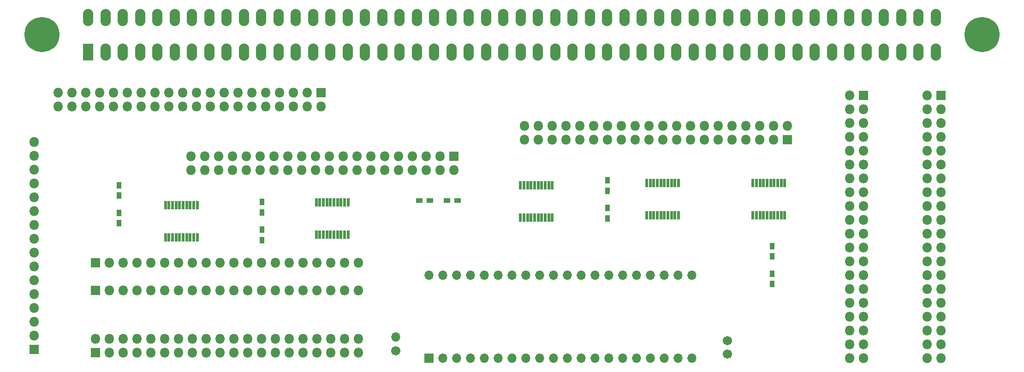
<source format=gbr>
G04 #@! TF.FileFunction,Soldermask,Top*
%FSLAX46Y46*%
G04 Gerber Fmt 4.6, Leading zero omitted, Abs format (unit mm)*
G04 Created by KiCad (PCBNEW 4.0.7) date 01/03/18 18:17:07*
%MOMM*%
%LPD*%
G01*
G04 APERTURE LIST*
%ADD10C,0.100000*%
%ADD11R,1.801600X1.801600*%
%ADD12O,1.801600X1.801600*%
%ADD13R,0.551600X1.551600*%
%ADD14R,1.701600X1.701600*%
%ADD15O,1.701600X1.701600*%
%ADD16R,0.851600X1.301600*%
%ADD17R,1.301600X0.851600*%
%ADD18O,1.879600X3.149600*%
%ADD19R,1.879600X3.149600*%
%ADD20C,6.451600*%
%ADD21C,1.701600*%
G04 APERTURE END LIST*
D10*
D11*
X62103000Y-112903000D03*
D12*
X62103000Y-110363000D03*
X62103000Y-107823000D03*
X62103000Y-105283000D03*
X62103000Y-102743000D03*
X62103000Y-100203000D03*
X62103000Y-97663000D03*
X62103000Y-95123000D03*
X62103000Y-92583000D03*
X62103000Y-90043000D03*
X62103000Y-87503000D03*
X62103000Y-84963000D03*
X62103000Y-82423000D03*
X62103000Y-79883000D03*
X62103000Y-77343000D03*
X62103000Y-74803000D03*
D13*
X151380000Y-88675000D03*
X152030000Y-88675000D03*
X152680000Y-88675000D03*
X153330000Y-88675000D03*
X153980000Y-88675000D03*
X154630000Y-88675000D03*
X155280000Y-88675000D03*
X155930000Y-88675000D03*
X156580000Y-88675000D03*
X157230000Y-88675000D03*
X157230000Y-82775000D03*
X156580000Y-82775000D03*
X155930000Y-82775000D03*
X155280000Y-82775000D03*
X154630000Y-82775000D03*
X153980000Y-82775000D03*
X153330000Y-82775000D03*
X152680000Y-82775000D03*
X152030000Y-82775000D03*
X151380000Y-82775000D03*
X86229000Y-92358000D03*
X86879000Y-92358000D03*
X87529000Y-92358000D03*
X88179000Y-92358000D03*
X88829000Y-92358000D03*
X89479000Y-92358000D03*
X90129000Y-92358000D03*
X90779000Y-92358000D03*
X91429000Y-92358000D03*
X92079000Y-92358000D03*
X92079000Y-86458000D03*
X91429000Y-86458000D03*
X90779000Y-86458000D03*
X90129000Y-86458000D03*
X89479000Y-86458000D03*
X88829000Y-86458000D03*
X88179000Y-86458000D03*
X87529000Y-86458000D03*
X86879000Y-86458000D03*
X86229000Y-86458000D03*
X194052000Y-88294000D03*
X194702000Y-88294000D03*
X195352000Y-88294000D03*
X196002000Y-88294000D03*
X196652000Y-88294000D03*
X197302000Y-88294000D03*
X197952000Y-88294000D03*
X198602000Y-88294000D03*
X199252000Y-88294000D03*
X199902000Y-88294000D03*
X199902000Y-82394000D03*
X199252000Y-82394000D03*
X198602000Y-82394000D03*
X197952000Y-82394000D03*
X197302000Y-82394000D03*
X196652000Y-82394000D03*
X196002000Y-82394000D03*
X195352000Y-82394000D03*
X194702000Y-82394000D03*
X194052000Y-82394000D03*
X113915000Y-91850000D03*
X114565000Y-91850000D03*
X115215000Y-91850000D03*
X115865000Y-91850000D03*
X116515000Y-91850000D03*
X117165000Y-91850000D03*
X117815000Y-91850000D03*
X118465000Y-91850000D03*
X119115000Y-91850000D03*
X119765000Y-91850000D03*
X119765000Y-85950000D03*
X119115000Y-85950000D03*
X118465000Y-85950000D03*
X117815000Y-85950000D03*
X117165000Y-85950000D03*
X116515000Y-85950000D03*
X115865000Y-85950000D03*
X115215000Y-85950000D03*
X114565000Y-85950000D03*
X113915000Y-85950000D03*
X174557000Y-88294000D03*
X175207000Y-88294000D03*
X175857000Y-88294000D03*
X176507000Y-88294000D03*
X177157000Y-88294000D03*
X177807000Y-88294000D03*
X178457000Y-88294000D03*
X179107000Y-88294000D03*
X179757000Y-88294000D03*
X180407000Y-88294000D03*
X180407000Y-82394000D03*
X179757000Y-82394000D03*
X179107000Y-82394000D03*
X178457000Y-82394000D03*
X177807000Y-82394000D03*
X177157000Y-82394000D03*
X176507000Y-82394000D03*
X175857000Y-82394000D03*
X175207000Y-82394000D03*
X174557000Y-82394000D03*
D14*
X134620000Y-114554000D03*
D15*
X182880000Y-99314000D03*
X137160000Y-114554000D03*
X180340000Y-99314000D03*
X139700000Y-114554000D03*
X177800000Y-99314000D03*
X142240000Y-114554000D03*
X175260000Y-99314000D03*
X144780000Y-114554000D03*
X172720000Y-99314000D03*
X147320000Y-114554000D03*
X170180000Y-99314000D03*
X149860000Y-114554000D03*
X167640000Y-99314000D03*
X152400000Y-114554000D03*
X165100000Y-99314000D03*
X154940000Y-114554000D03*
X162560000Y-99314000D03*
X157480000Y-114554000D03*
X160020000Y-99314000D03*
X160020000Y-114554000D03*
X157480000Y-99314000D03*
X162560000Y-114554000D03*
X154940000Y-99314000D03*
X165100000Y-114554000D03*
X152400000Y-99314000D03*
X167640000Y-114554000D03*
X149860000Y-99314000D03*
X170180000Y-114554000D03*
X147320000Y-99314000D03*
X172720000Y-114554000D03*
X144780000Y-99314000D03*
X175260000Y-114554000D03*
X142240000Y-99314000D03*
X177800000Y-114554000D03*
X139700000Y-99314000D03*
X180340000Y-114554000D03*
X137160000Y-99314000D03*
X182880000Y-114554000D03*
X134620000Y-99314000D03*
D16*
X77724000Y-89723000D03*
X77724000Y-87823000D03*
D17*
X132844000Y-85534500D03*
X134744000Y-85534500D03*
D16*
X77724000Y-84643000D03*
X77724000Y-82743000D03*
D17*
X137924000Y-85534500D03*
X139824000Y-85534500D03*
D16*
X197612000Y-100899000D03*
X197612000Y-98999000D03*
X197612000Y-95819000D03*
X197612000Y-93919000D03*
X103950000Y-92834500D03*
X103950000Y-90934500D03*
X167322000Y-88834000D03*
X167322000Y-86934000D03*
X103950000Y-87754500D03*
X103950000Y-85854500D03*
X167322000Y-83754000D03*
X167322000Y-81854000D03*
D11*
X73406000Y-102108000D03*
D12*
X75946000Y-102108000D03*
X78486000Y-102108000D03*
X81026000Y-102108000D03*
X83566000Y-102108000D03*
X86106000Y-102108000D03*
X88646000Y-102108000D03*
X91186000Y-102108000D03*
X93726000Y-102108000D03*
X96266000Y-102108000D03*
X98806000Y-102108000D03*
X101346000Y-102108000D03*
X103886000Y-102108000D03*
X106426000Y-102108000D03*
X108966000Y-102108000D03*
X111506000Y-102108000D03*
X114046000Y-102108000D03*
X116586000Y-102108000D03*
X119126000Y-102108000D03*
X121666000Y-102108000D03*
D11*
X73406000Y-97028000D03*
D12*
X75946000Y-97028000D03*
X78486000Y-97028000D03*
X81026000Y-97028000D03*
X83566000Y-97028000D03*
X86106000Y-97028000D03*
X88646000Y-97028000D03*
X91186000Y-97028000D03*
X93726000Y-97028000D03*
X96266000Y-97028000D03*
X98806000Y-97028000D03*
X101346000Y-97028000D03*
X103886000Y-97028000D03*
X106426000Y-97028000D03*
X108966000Y-97028000D03*
X111506000Y-97028000D03*
X114046000Y-97028000D03*
X116586000Y-97028000D03*
X119126000Y-97028000D03*
X121666000Y-97028000D03*
D11*
X73406000Y-113538000D03*
D12*
X73406000Y-110998000D03*
X75946000Y-113538000D03*
X75946000Y-110998000D03*
X78486000Y-113538000D03*
X78486000Y-110998000D03*
X81026000Y-113538000D03*
X81026000Y-110998000D03*
X83566000Y-113538000D03*
X83566000Y-110998000D03*
X86106000Y-113538000D03*
X86106000Y-110998000D03*
X88646000Y-113538000D03*
X88646000Y-110998000D03*
X91186000Y-113538000D03*
X91186000Y-110998000D03*
X93726000Y-113538000D03*
X93726000Y-110998000D03*
X96266000Y-113538000D03*
X96266000Y-110998000D03*
X98806000Y-113538000D03*
X98806000Y-110998000D03*
X101346000Y-113538000D03*
X101346000Y-110998000D03*
X103886000Y-113538000D03*
X103886000Y-110998000D03*
X106426000Y-113538000D03*
X106426000Y-110998000D03*
X108966000Y-113538000D03*
X108966000Y-110998000D03*
X111506000Y-113538000D03*
X111506000Y-110998000D03*
X114046000Y-113538000D03*
X114046000Y-110998000D03*
X116586000Y-113538000D03*
X116586000Y-110998000D03*
X119126000Y-113538000D03*
X119126000Y-110998000D03*
X121666000Y-113538000D03*
X121666000Y-110998000D03*
D18*
X72067420Y-51948080D03*
D19*
X72067420Y-58298080D03*
D18*
X87942420Y-51948080D03*
X75242420Y-58298080D03*
X91117420Y-51948080D03*
X78417420Y-58298080D03*
X94292420Y-51948080D03*
X81592420Y-58298080D03*
X97467420Y-51948080D03*
X84767420Y-58298080D03*
X100642420Y-51948080D03*
X87942420Y-58298080D03*
X103817420Y-51948080D03*
X91117420Y-58298080D03*
X106992420Y-51948080D03*
X94292420Y-58298080D03*
X110167420Y-51948080D03*
X97467420Y-58298080D03*
X113342420Y-51948080D03*
X100642420Y-58298080D03*
X116517420Y-51948080D03*
X103817420Y-58298080D03*
X119692420Y-51948080D03*
X106992420Y-58298080D03*
X110167420Y-58298080D03*
X122867420Y-51948080D03*
X113342420Y-58298080D03*
X119692420Y-58298080D03*
X122867420Y-58298080D03*
X126042420Y-58298080D03*
X129217420Y-58298080D03*
X126042420Y-51948080D03*
X129217420Y-51948080D03*
X75242420Y-51948080D03*
X78417420Y-51948080D03*
X81592420Y-51948080D03*
X84767420Y-51948080D03*
X132392420Y-51948080D03*
X132392420Y-58298080D03*
X116517420Y-58298080D03*
X135567420Y-58298080D03*
X135567420Y-51948080D03*
X138742420Y-58298080D03*
X138742420Y-51948080D03*
X141917420Y-58298080D03*
X141917420Y-51948080D03*
X145092420Y-58298080D03*
X145092420Y-51948080D03*
X148267420Y-58298080D03*
X148267420Y-51948080D03*
X151442420Y-58298080D03*
X151442420Y-51948080D03*
X154617420Y-58298080D03*
X154617420Y-51948080D03*
X157792420Y-58298080D03*
X157792420Y-51948080D03*
X160967420Y-58298080D03*
X160967420Y-51948080D03*
X164142420Y-58298080D03*
X164142420Y-51948080D03*
X167317420Y-58298080D03*
X167317420Y-51948080D03*
X170492420Y-58298080D03*
X170492420Y-51948080D03*
X173667420Y-58298080D03*
X173667420Y-51948080D03*
X176842420Y-58298080D03*
X176842420Y-51948080D03*
X180017420Y-58298080D03*
X180017420Y-51948080D03*
X183192420Y-58298080D03*
X183192420Y-51948080D03*
X186367420Y-58298080D03*
X186367420Y-51948080D03*
X189542420Y-58298080D03*
X189542420Y-51948080D03*
X192717420Y-58298080D03*
X192717420Y-51948080D03*
X195892420Y-58298080D03*
X195892420Y-51948080D03*
X199067420Y-58298080D03*
X199067420Y-51948080D03*
X202242420Y-58298080D03*
X202242420Y-51948080D03*
X205417420Y-58298080D03*
X205417420Y-51948080D03*
X208592420Y-58298080D03*
X208592420Y-51948080D03*
X211767420Y-58298080D03*
X211767420Y-51948080D03*
X214942420Y-58298080D03*
X214942420Y-51948080D03*
X218117420Y-58298080D03*
X218117420Y-51948080D03*
X221292420Y-58298080D03*
X221292420Y-51948080D03*
X224467420Y-58298080D03*
X224467420Y-51948080D03*
X227642420Y-58298080D03*
X227642420Y-51948080D03*
D20*
X236151420Y-55123080D03*
X63558420Y-55123080D03*
D21*
X189357000Y-113792000D03*
X189357000Y-111292000D03*
X128524000Y-113157000D03*
D15*
X128524000Y-110617000D03*
D11*
X114808000Y-65786000D03*
D12*
X114808000Y-68326000D03*
X112268000Y-65786000D03*
X112268000Y-68326000D03*
X109728000Y-65786000D03*
X109728000Y-68326000D03*
X107188000Y-65786000D03*
X107188000Y-68326000D03*
X104648000Y-65786000D03*
X104648000Y-68326000D03*
X102108000Y-65786000D03*
X102108000Y-68326000D03*
X99568000Y-65786000D03*
X99568000Y-68326000D03*
X97028000Y-65786000D03*
X97028000Y-68326000D03*
X94488000Y-65786000D03*
X94488000Y-68326000D03*
X91948000Y-65786000D03*
X91948000Y-68326000D03*
X89408000Y-65786000D03*
X89408000Y-68326000D03*
X86868000Y-65786000D03*
X86868000Y-68326000D03*
X84328000Y-65786000D03*
X84328000Y-68326000D03*
X81788000Y-65786000D03*
X81788000Y-68326000D03*
X79248000Y-65786000D03*
X79248000Y-68326000D03*
X76708000Y-65786000D03*
X76708000Y-68326000D03*
X74168000Y-65786000D03*
X74168000Y-68326000D03*
X71628000Y-65786000D03*
X71628000Y-68326000D03*
X69088000Y-65786000D03*
X69088000Y-68326000D03*
X66548000Y-65786000D03*
X66548000Y-68326000D03*
D11*
X139192000Y-77470000D03*
D12*
X139192000Y-80010000D03*
X136652000Y-77470000D03*
X136652000Y-80010000D03*
X134112000Y-77470000D03*
X134112000Y-80010000D03*
X131572000Y-77470000D03*
X131572000Y-80010000D03*
X129032000Y-77470000D03*
X129032000Y-80010000D03*
X126492000Y-77470000D03*
X126492000Y-80010000D03*
X123952000Y-77470000D03*
X123952000Y-80010000D03*
X121412000Y-77470000D03*
X121412000Y-80010000D03*
X118872000Y-77470000D03*
X118872000Y-80010000D03*
X116332000Y-77470000D03*
X116332000Y-80010000D03*
X113792000Y-77470000D03*
X113792000Y-80010000D03*
X111252000Y-77470000D03*
X111252000Y-80010000D03*
X108712000Y-77470000D03*
X108712000Y-80010000D03*
X106172000Y-77470000D03*
X106172000Y-80010000D03*
X103632000Y-77470000D03*
X103632000Y-80010000D03*
X101092000Y-77470000D03*
X101092000Y-80010000D03*
X98552000Y-77470000D03*
X98552000Y-80010000D03*
X96012000Y-77470000D03*
X96012000Y-80010000D03*
X93472000Y-77470000D03*
X93472000Y-80010000D03*
X90932000Y-77470000D03*
X90932000Y-80010000D03*
D11*
X200423000Y-74410000D03*
D12*
X200423000Y-71870000D03*
X197883000Y-74410000D03*
X197883000Y-71870000D03*
X195343000Y-74410000D03*
X195343000Y-71870000D03*
X192803000Y-74410000D03*
X192803000Y-71870000D03*
X190263000Y-74410000D03*
X190263000Y-71870000D03*
X187723000Y-74410000D03*
X187723000Y-71870000D03*
X185183000Y-74410000D03*
X185183000Y-71870000D03*
X182643000Y-74410000D03*
X182643000Y-71870000D03*
X180103000Y-74410000D03*
X180103000Y-71870000D03*
X177563000Y-74410000D03*
X177563000Y-71870000D03*
X175023000Y-74410000D03*
X175023000Y-71870000D03*
X172483000Y-74410000D03*
X172483000Y-71870000D03*
X169943000Y-74410000D03*
X169943000Y-71870000D03*
X167403000Y-74410000D03*
X167403000Y-71870000D03*
X164863000Y-74410000D03*
X164863000Y-71870000D03*
X162323000Y-74410000D03*
X162323000Y-71870000D03*
X159783000Y-74410000D03*
X159783000Y-71870000D03*
X157243000Y-74410000D03*
X157243000Y-71870000D03*
X154703000Y-74410000D03*
X154703000Y-71870000D03*
X152163000Y-74410000D03*
X152163000Y-71870000D03*
D11*
X214364000Y-66277000D03*
D12*
X211824000Y-66277000D03*
X214364000Y-68817000D03*
X211824000Y-68817000D03*
X214364000Y-71357000D03*
X211824000Y-71357000D03*
X214364000Y-73897000D03*
X211824000Y-73897000D03*
X214364000Y-76437000D03*
X211824000Y-76437000D03*
X214364000Y-78977000D03*
X211824000Y-78977000D03*
X214364000Y-81517000D03*
X211824000Y-81517000D03*
X214364000Y-84057000D03*
X211824000Y-84057000D03*
X214364000Y-86597000D03*
X211824000Y-86597000D03*
X214364000Y-89137000D03*
X211824000Y-89137000D03*
X214364000Y-91677000D03*
X211824000Y-91677000D03*
X214364000Y-94217000D03*
X211824000Y-94217000D03*
X214364000Y-96757000D03*
X211824000Y-96757000D03*
X214364000Y-99297000D03*
X211824000Y-99297000D03*
X214364000Y-101837000D03*
X211824000Y-101837000D03*
X214364000Y-104377000D03*
X211824000Y-104377000D03*
X214364000Y-106917000D03*
X211824000Y-106917000D03*
X214364000Y-109457000D03*
X211824000Y-109457000D03*
X214364000Y-111997000D03*
X211824000Y-111997000D03*
X214364000Y-114537000D03*
X211824000Y-114537000D03*
D11*
X228588000Y-66277000D03*
D12*
X226048000Y-66277000D03*
X228588000Y-68817000D03*
X226048000Y-68817000D03*
X228588000Y-71357000D03*
X226048000Y-71357000D03*
X228588000Y-73897000D03*
X226048000Y-73897000D03*
X228588000Y-76437000D03*
X226048000Y-76437000D03*
X228588000Y-78977000D03*
X226048000Y-78977000D03*
X228588000Y-81517000D03*
X226048000Y-81517000D03*
X228588000Y-84057000D03*
X226048000Y-84057000D03*
X228588000Y-86597000D03*
X226048000Y-86597000D03*
X228588000Y-89137000D03*
X226048000Y-89137000D03*
X228588000Y-91677000D03*
X226048000Y-91677000D03*
X228588000Y-94217000D03*
X226048000Y-94217000D03*
X228588000Y-96757000D03*
X226048000Y-96757000D03*
X228588000Y-99297000D03*
X226048000Y-99297000D03*
X228588000Y-101837000D03*
X226048000Y-101837000D03*
X228588000Y-104377000D03*
X226048000Y-104377000D03*
X228588000Y-106917000D03*
X226048000Y-106917000D03*
X228588000Y-109457000D03*
X226048000Y-109457000D03*
X228588000Y-111997000D03*
X226048000Y-111997000D03*
X228588000Y-114537000D03*
X226048000Y-114537000D03*
M02*

</source>
